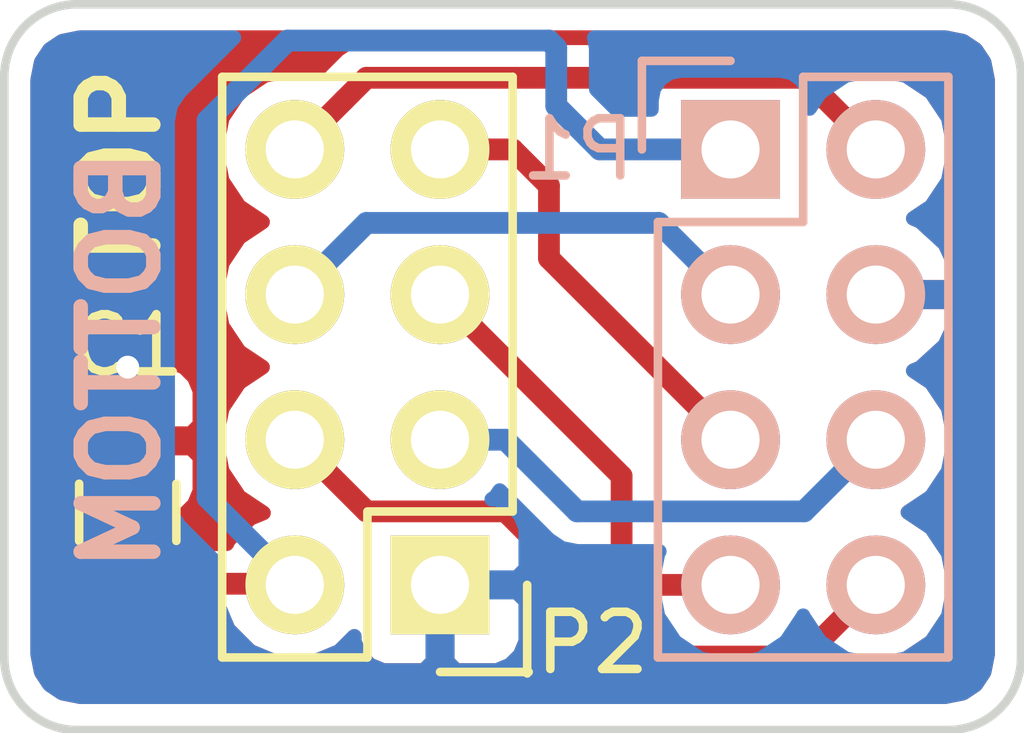
<source format=kicad_pcb>
(kicad_pcb (version 4) (host pcbnew 4.0.2+dfsg1-stable)

  (general
    (links 10)
    (no_connects 0)
    (area 151.054999 86.284999 168.985001 99.135001)
    (thickness 1.6)
    (drawings 10)
    (tracks 36)
    (zones 0)
    (modules 3)
    (nets 9)
  )

  (page A4)
  (layers
    (0 F.Cu signal)
    (31 B.Cu signal)
    (36 B.SilkS user)
    (37 F.SilkS user)
    (38 B.Mask user)
    (39 F.Mask user)
    (44 Edge.Cuts user)
    (46 B.CrtYd user)
    (47 F.CrtYd user)
  )

  (setup
    (last_trace_width 0.25)
    (user_trace_width 0.381)
    (trace_clearance 0.2)
    (zone_clearance 0.381)
    (zone_45_only no)
    (trace_min 0.2)
    (segment_width 0.2)
    (edge_width 0.15)
    (via_size 0.6)
    (via_drill 0.4)
    (via_min_size 0.4)
    (via_min_drill 0.3)
    (uvia_size 0.3)
    (uvia_drill 0.1)
    (uvias_allowed no)
    (uvia_min_size 0)
    (uvia_min_drill 0)
    (pcb_text_width 0.3)
    (pcb_text_size 1.5 1.5)
    (mod_edge_width 0.15)
    (mod_text_size 1 1)
    (mod_text_width 0.15)
    (pad_size 1.524 1.524)
    (pad_drill 0.762)
    (pad_to_mask_clearance 0.2)
    (aux_axis_origin 0 0)
    (visible_elements FFFFFF7F)
    (pcbplotparams
      (layerselection 0x010f0_80000001)
      (usegerberextensions true)
      (excludeedgelayer true)
      (linewidth 0.100000)
      (plotframeref false)
      (viasonmask false)
      (mode 1)
      (useauxorigin false)
      (hpglpennumber 1)
      (hpglpenspeed 20)
      (hpglpendiameter 15)
      (hpglpenoverlay 2)
      (psnegative false)
      (psa4output false)
      (plotreference true)
      (plotvalue true)
      (plotinvisibletext false)
      (padsonsilk false)
      (subtractmaskfromsilk false)
      (outputformat 1)
      (mirror false)
      (drillshape 0)
      (scaleselection 1)
      (outputdirectory gerbers))
  )

  (net 0 "")
  (net 1 VDD)
  (net 2 GND)
  (net 3 ~IRQ)
  (net 4 MOSI)
  (net 5 CE)
  (net 6 MISO)
  (net 7 ~CSN)
  (net 8 SCK)

  (net_class Default "This is the default net class."
    (clearance 0.2)
    (trace_width 0.25)
    (via_dia 0.6)
    (via_drill 0.4)
    (uvia_dia 0.3)
    (uvia_drill 0.1)
    (add_net CE)
    (add_net GND)
    (add_net MISO)
    (add_net MOSI)
    (add_net SCK)
    (add_net VDD)
    (add_net ~CSN)
    (add_net ~IRQ)
  )

  (module Capacitors_SMD:C_0805_HandSoldering (layer F.Cu) (tedit 541A9B8D) (tstamp 5919E44D)
    (at 153.289 95.25 90)
    (descr "Capacitor SMD 0805, hand soldering")
    (tags "capacitor 0805")
    (path /5918EB3F)
    (attr smd)
    (fp_text reference C1 (at 2.921 0 180) (layer F.SilkS)
      (effects (font (size 1 1) (thickness 0.15)))
    )
    (fp_text value 10uF (at 0 2.1 90) (layer F.Fab)
      (effects (font (size 1 1) (thickness 0.15)))
    )
    (fp_line (start -2.3 -1) (end 2.3 -1) (layer F.CrtYd) (width 0.05))
    (fp_line (start -2.3 1) (end 2.3 1) (layer F.CrtYd) (width 0.05))
    (fp_line (start -2.3 -1) (end -2.3 1) (layer F.CrtYd) (width 0.05))
    (fp_line (start 2.3 -1) (end 2.3 1) (layer F.CrtYd) (width 0.05))
    (fp_line (start 0.5 -0.85) (end -0.5 -0.85) (layer F.SilkS) (width 0.15))
    (fp_line (start -0.5 0.85) (end 0.5 0.85) (layer F.SilkS) (width 0.15))
    (pad 1 smd rect (at -1.25 0 90) (size 1.5 1.25) (layers F.Cu F.Mask)
      (net 1 VDD))
    (pad 2 smd rect (at 1.25 0 90) (size 1.5 1.25) (layers F.Cu F.Mask)
      (net 2 GND))
    (model Capacitors_SMD.3dshapes/C_0805_HandSoldering.wrl
      (at (xyz 0 0 0))
      (scale (xyz 1 1 1))
      (rotate (xyz 0 0 0))
    )
  )

  (module nRF24L01p_adapter:Socket_Strip_Straight_2x04_mirrored (layer F.Cu) (tedit 5918BB9C) (tstamp 5919E47D)
    (at 156.21 96.52 90)
    (descr "Through hole socket strip, mirrored")
    (tags "socket strip mirrored")
    (path /5918EADE)
    (fp_text reference P2 (at -1.016 5.207 360) (layer F.SilkS)
      (effects (font (size 1 1) (thickness 0.15)))
    )
    (fp_text value 2x4 (at 0 -3.1 90) (layer F.Fab)
      (effects (font (size 1 1) (thickness 0.15)))
    )
    (fp_line (start -1.75 -1.75) (end -1.75 4.3) (layer F.CrtYd) (width 0.05))
    (fp_line (start 9.4 -1.75) (end 9.4 4.3) (layer F.CrtYd) (width 0.05))
    (fp_line (start -1.75 -1.75) (end 9.4 -1.75) (layer F.CrtYd) (width 0.05))
    (fp_line (start -1.75 4.3) (end 9.4 4.3) (layer F.CrtYd) (width 0.05))
    (fp_line (start -1.27 -1.27) (end 8.89 -1.27) (layer F.SilkS) (width 0.15))
    (fp_line (start 8.89 -1.27) (end 8.89 3.81) (layer F.SilkS) (width 0.15))
    (fp_line (start 8.89 3.81) (end 1.28443 3.81) (layer F.SilkS) (width 0.15))
    (fp_line (start -1.27 1.27) (end -1.27 -1.27) (layer F.SilkS) (width 0.15))
    (fp_line (start 0 4.064) (end -1.55 4.064) (layer F.SilkS) (width 0.15))
    (fp_line (start -1.27 1.27) (end 1.27 1.27) (layer F.SilkS) (width 0.15))
    (fp_line (start 1.28443 3.81) (end 1.28443 1.27) (layer F.SilkS) (width 0.15))
    (fp_line (start -1.524 2.54) (end -1.524 4.09) (layer F.SilkS) (width 0.15))
    (pad 2 thru_hole circle (at 0 0 90) (size 1.7272 1.7272) (drill 1.016) (layers *.Cu *.Mask F.SilkS)
      (net 1 VDD))
    (pad 1 thru_hole rect (at 0 2.54 90) (size 1.7272 1.7272) (drill 1.016) (layers *.Cu *.Mask F.SilkS)
      (net 2 GND))
    (pad 4 thru_hole oval (at 2.54 0 90) (size 1.7272 1.7272) (drill 1.016) (layers *.Cu *.Mask F.SilkS)
      (net 7 ~CSN))
    (pad 3 thru_hole oval (at 2.54 2.54 90) (size 1.7272 1.7272) (drill 1.016) (layers *.Cu *.Mask F.SilkS)
      (net 5 CE))
    (pad 6 thru_hole oval (at 5.08 0 90) (size 1.7272 1.7272) (drill 1.016) (layers *.Cu *.Mask F.SilkS)
      (net 4 MOSI))
    (pad 5 thru_hole oval (at 5.08 2.54 90) (size 1.7272 1.7272) (drill 1.016) (layers *.Cu *.Mask F.SilkS)
      (net 8 SCK))
    (pad 8 thru_hole oval (at 7.62 0 90) (size 1.7272 1.7272) (drill 1.016) (layers *.Cu *.Mask F.SilkS)
      (net 3 ~IRQ))
    (pad 7 thru_hole oval (at 7.62 2.54 90) (size 1.7272 1.7272) (drill 1.016) (layers *.Cu *.Mask F.SilkS)
      (net 6 MISO))
    (model Socket_Strips.3dshapes/Socket_Strip_Straight_2x04.wrl
      (at (xyz 0.15 -0.05 0))
      (scale (xyz 1 1 1))
      (rotate (xyz 0 0 180))
    )
  )

  (module Socket_Strips:Socket_Strip_Straight_2x04 (layer B.Cu) (tedit 5918F609) (tstamp 591BF93B)
    (at 163.83 88.9 270)
    (descr "Through hole socket strip")
    (tags "socket strip")
    (path /5918EA77)
    (fp_text reference P1 (at 0 2.667 360) (layer B.SilkS)
      (effects (font (size 1 1) (thickness 0.15)) (justify mirror))
    )
    (fp_text value 2x4 (at 0 3.1 270) (layer B.Fab)
      (effects (font (size 1 1) (thickness 0.15)) (justify mirror))
    )
    (fp_line (start -1.75 1.75) (end -1.75 -4.3) (layer B.CrtYd) (width 0.05))
    (fp_line (start 9.4 1.75) (end 9.4 -4.3) (layer B.CrtYd) (width 0.05))
    (fp_line (start -1.75 1.75) (end 9.4 1.75) (layer B.CrtYd) (width 0.05))
    (fp_line (start -1.75 -4.3) (end 9.4 -4.3) (layer B.CrtYd) (width 0.05))
    (fp_line (start 1.27 1.27) (end 8.89 1.27) (layer B.SilkS) (width 0.15))
    (fp_line (start 8.89 1.27) (end 8.89 -3.81) (layer B.SilkS) (width 0.15))
    (fp_line (start 8.89 -3.81) (end -1.27 -3.81) (layer B.SilkS) (width 0.15))
    (fp_line (start -1.27 -3.81) (end -1.27 -1.27) (layer B.SilkS) (width 0.15))
    (fp_line (start 0 1.55) (end -1.55 1.55) (layer B.SilkS) (width 0.15))
    (fp_line (start -1.27 -1.27) (end 1.27 -1.27) (layer B.SilkS) (width 0.15))
    (fp_line (start 1.27 -1.27) (end 1.27 1.27) (layer B.SilkS) (width 0.15))
    (fp_line (start -1.55 1.55) (end -1.55 0) (layer B.SilkS) (width 0.15))
    (pad 1 thru_hole rect (at 0 0 270) (size 1.7272 1.7272) (drill 1.016) (layers *.Cu *.Mask B.SilkS)
      (net 1 VDD))
    (pad 2 thru_hole oval (at 0 -2.54 270) (size 1.7272 1.7272) (drill 1.016) (layers *.Cu *.Mask B.SilkS)
      (net 3 ~IRQ))
    (pad 3 thru_hole oval (at 2.54 0 270) (size 1.7272 1.7272) (drill 1.016) (layers *.Cu *.Mask B.SilkS)
      (net 4 MOSI))
    (pad 4 thru_hole oval (at 2.54 -2.54 270) (size 1.7272 1.7272) (drill 1.016) (layers *.Cu *.Mask B.SilkS)
      (net 2 GND))
    (pad 5 thru_hole oval (at 5.08 0 270) (size 1.7272 1.7272) (drill 1.016) (layers *.Cu *.Mask B.SilkS)
      (net 6 MISO))
    (pad 6 thru_hole oval (at 5.08 -2.54 270) (size 1.7272 1.7272) (drill 1.016) (layers *.Cu *.Mask B.SilkS)
      (net 5 CE))
    (pad 7 thru_hole oval (at 7.62 0 270) (size 1.7272 1.7272) (drill 1.016) (layers *.Cu *.Mask B.SilkS)
      (net 8 SCK))
    (pad 8 thru_hole oval (at 7.62 -2.54 270) (size 1.7272 1.7272) (drill 1.016) (layers *.Cu *.Mask B.SilkS)
      (net 7 ~CSN))
    (model Socket_Strips.3dshapes/Socket_Strip_Straight_2x04.wrl
      (at (xyz 0.15 -0.05 0))
      (scale (xyz 1 1 1))
      (rotate (xyz 0 0 180))
    )
  )

  (gr_text BOTTOM (at 153.162 92.583 90) (layer B.SilkS) (tstamp 5930C020)
    (effects (font (size 1.27 1.27) (thickness 0.254)) (justify mirror))
  )
  (gr_text TOP (at 153.162 89.281 90) (layer F.SilkS)
    (effects (font (size 1.27 1.27) (thickness 0.254)))
  )
  (gr_arc (start 152.4 87.63) (end 151.13 87.63) (angle 90) (layer Edge.Cuts) (width 0.15))
  (gr_arc (start 152.4 97.79) (end 152.4 99.06) (angle 90) (layer Edge.Cuts) (width 0.15))
  (gr_arc (start 167.64 97.79) (end 168.91 97.79) (angle 90) (layer Edge.Cuts) (width 0.15))
  (gr_arc (start 167.64 87.63) (end 167.64 86.36) (angle 90) (layer Edge.Cuts) (width 0.15))
  (gr_line (start 168.91 97.79) (end 168.91 87.63) (layer Edge.Cuts) (width 0.15))
  (gr_line (start 152.4 99.06) (end 167.64 99.06) (layer Edge.Cuts) (width 0.15))
  (gr_line (start 151.13 87.63) (end 151.13 97.79) (layer Edge.Cuts) (width 0.15))
  (gr_line (start 167.64 86.36) (end 152.4 86.36) (layer Edge.Cuts) (width 0.15))

  (segment (start 153.289 96.5) (end 156.19 96.5) (width 0.381) (layer F.Cu) (net 1))
  (segment (start 156.19 96.5) (end 156.21 96.52) (width 0.381) (layer F.Cu) (net 1))
  (segment (start 161.544 88.9) (end 163.83 88.9) (width 0.381) (layer B.Cu) (net 1))
  (segment (start 156.21 96.52) (end 154.686 94.996) (width 0.381) (layer B.Cu) (net 1))
  (segment (start 154.686 94.996) (end 154.686 88.392) (width 0.381) (layer B.Cu) (net 1))
  (segment (start 154.686 88.392) (end 156.083 86.995) (width 0.381) (layer B.Cu) (net 1))
  (segment (start 156.083 86.995) (end 160.655 86.995) (width 0.381) (layer B.Cu) (net 1))
  (segment (start 160.655 86.995) (end 160.782 87.122) (width 0.381) (layer B.Cu) (net 1))
  (segment (start 160.782 87.122) (end 160.782 88.138) (width 0.381) (layer B.Cu) (net 1))
  (segment (start 160.782 88.138) (end 161.544 88.9) (width 0.381) (layer B.Cu) (net 1))
  (segment (start 153.289 94) (end 153.289 92.71) (width 0.381) (layer F.Cu) (net 2))
  (via (at 153.289 92.71) (size 0.6) (drill 0.4) (layers F.Cu B.Cu) (net 2))
  (segment (start 166.37 88.9) (end 165.115899 87.645899) (width 0.381) (layer F.Cu) (net 3))
  (segment (start 165.115899 87.645899) (end 157.464101 87.645899) (width 0.381) (layer F.Cu) (net 3))
  (segment (start 157.464101 87.645899) (end 157.073599 88.036401) (width 0.381) (layer F.Cu) (net 3))
  (segment (start 157.073599 88.036401) (end 156.21 88.9) (width 0.381) (layer F.Cu) (net 3))
  (segment (start 156.21 91.44) (end 157.464101 90.185899) (width 0.381) (layer B.Cu) (net 4))
  (segment (start 162.575899 90.185899) (end 163.83 91.44) (width 0.381) (layer B.Cu) (net 4))
  (segment (start 157.464101 90.185899) (end 162.575899 90.185899) (width 0.381) (layer B.Cu) (net 4))
  (segment (start 165.115899 95.234101) (end 166.37 93.98) (width 0.381) (layer B.Cu) (net 5))
  (segment (start 159.893 93.98) (end 158.75 93.98) (width 0.381) (layer B.Cu) (net 5))
  (segment (start 161.147101 95.234101) (end 159.893 93.98) (width 0.381) (layer B.Cu) (net 5))
  (segment (start 165.115899 95.234101) (end 161.147101 95.234101) (width 0.381) (layer B.Cu) (net 5))
  (segment (start 160.655 90.805) (end 163.83 93.98) (width 0.381) (layer F.Cu) (net 6))
  (segment (start 160.655 90.805) (end 160.655 89.535) (width 0.381) (layer F.Cu) (net 6))
  (segment (start 160.655 89.535) (end 160.02 88.9) (width 0.381) (layer F.Cu) (net 6))
  (segment (start 160.02 88.9) (end 158.75 88.9) (width 0.381) (layer F.Cu) (net 6))
  (segment (start 156.21 93.98) (end 157.464101 95.234101) (width 0.381) (layer F.Cu) (net 7))
  (segment (start 157.464101 95.234101) (end 159.894203 95.234101) (width 0.381) (layer F.Cu) (net 7))
  (segment (start 159.894203 95.234101) (end 162.434203 97.774101) (width 0.381) (layer F.Cu) (net 7))
  (segment (start 162.434203 97.774101) (end 165.115899 97.774101) (width 0.381) (layer F.Cu) (net 7))
  (segment (start 165.115899 97.774101) (end 166.37 96.52) (width 0.381) (layer F.Cu) (net 7))
  (segment (start 158.75 91.44) (end 161.925 94.615) (width 0.381) (layer F.Cu) (net 8))
  (segment (start 161.925 94.615) (end 161.925 95.885) (width 0.381) (layer F.Cu) (net 8))
  (segment (start 161.925 95.885) (end 162.56 96.52) (width 0.381) (layer F.Cu) (net 8))
  (segment (start 162.56 96.52) (end 163.83 96.52) (width 0.381) (layer F.Cu) (net 8))

  (zone (net 2) (net_name GND) (layer F.Cu) (tstamp 0) (hatch edge 0.508)
    (connect_pads (clearance 0.381))
    (min_thickness 0.254)
    (fill yes (arc_segments 16) (thermal_gap 0.508) (thermal_bridge_width 0.508))
    (polygon
      (pts
        (xy 151.13 86.36) (xy 168.91 86.36) (xy 168.91 99.06) (xy 151.13 99.06)
      )
    )
    (filled_polygon
      (pts
        (xy 167.898534 87.005847) (xy 168.117706 87.152294) (xy 168.264153 87.371466) (xy 168.327 87.687421) (xy 168.327 97.732579)
        (xy 168.264153 98.048534) (xy 168.117706 98.267706) (xy 167.898534 98.414153) (xy 167.582578 98.477) (xy 152.457421 98.477)
        (xy 152.141466 98.414153) (xy 151.922294 98.267706) (xy 151.775847 98.048534) (xy 151.713 97.732578) (xy 151.713 94.28575)
        (xy 152.029 94.28575) (xy 152.029 94.876309) (xy 152.125673 95.109698) (xy 152.304301 95.288327) (xy 152.388886 95.323363)
        (xy 152.302847 95.378728) (xy 152.186855 95.548488) (xy 152.146048 95.75) (xy 152.146048 97.25) (xy 152.18147 97.438253)
        (xy 152.292728 97.611153) (xy 152.462488 97.727145) (xy 152.664 97.767952) (xy 153.914 97.767952) (xy 154.102253 97.73253)
        (xy 154.275153 97.621272) (xy 154.391145 97.451512) (xy 154.431952 97.25) (xy 154.431952 97.1985) (xy 155.006277 97.1985)
        (xy 155.046536 97.295934) (xy 155.432037 97.682108) (xy 155.935975 97.891361) (xy 156.481631 97.891837) (xy 156.985934 97.683464)
        (xy 157.2514 97.418461) (xy 157.2514 97.509909) (xy 157.348073 97.743298) (xy 157.526701 97.921927) (xy 157.76009 98.0186)
        (xy 158.46425 98.0186) (xy 158.623 97.85985) (xy 158.623 96.647) (xy 158.603 96.647) (xy 158.603 96.393)
        (xy 158.623 96.393) (xy 158.623 96.373) (xy 158.877 96.373) (xy 158.877 96.393) (xy 158.897 96.393)
        (xy 158.897 96.647) (xy 158.877 96.647) (xy 158.877 97.85985) (xy 159.03575 98.0186) (xy 159.73991 98.0186)
        (xy 159.973299 97.921927) (xy 160.151927 97.743298) (xy 160.2486 97.509909) (xy 160.2486 96.80575) (xy 160.089852 96.647002)
        (xy 160.2486 96.647002) (xy 160.2486 96.576326) (xy 161.940289 98.268015) (xy 162.166899 98.419431) (xy 162.434203 98.472601)
        (xy 165.115899 98.472601) (xy 165.383204 98.419431) (xy 165.609813 98.268015) (xy 166.027487 97.850341) (xy 166.37 97.918471)
        (xy 166.894889 97.814064) (xy 167.339868 97.516739) (xy 167.637193 97.07176) (xy 167.7416 96.546871) (xy 167.7416 96.493129)
        (xy 167.637193 95.96824) (xy 167.339868 95.523261) (xy 166.930903 95.25) (xy 167.339868 94.976739) (xy 167.637193 94.53176)
        (xy 167.7416 94.006871) (xy 167.7416 93.953129) (xy 167.637193 93.42824) (xy 167.339868 92.983261) (xy 167.024534 92.772562)
        (xy 167.144947 92.722688) (xy 167.576821 92.32849) (xy 167.824968 91.799027) (xy 167.704469 91.567) (xy 166.497 91.567)
        (xy 166.497 91.587) (xy 166.243 91.587) (xy 166.243 91.567) (xy 166.223 91.567) (xy 166.223 91.313)
        (xy 166.243 91.313) (xy 166.243 91.293) (xy 166.497 91.293) (xy 166.497 91.313) (xy 167.704469 91.313)
        (xy 167.824968 91.080973) (xy 167.576821 90.55151) (xy 167.144947 90.157312) (xy 167.024534 90.107438) (xy 167.339868 89.896739)
        (xy 167.637193 89.45176) (xy 167.7416 88.926871) (xy 167.7416 88.873129) (xy 167.637193 88.34824) (xy 167.339868 87.903261)
        (xy 166.894889 87.605936) (xy 166.37 87.501529) (xy 166.027487 87.569659) (xy 165.609813 87.151985) (xy 165.383204 87.000569)
        (xy 165.115899 86.947399) (xy 157.464101 86.947399) (xy 157.196796 87.000569) (xy 156.970187 87.151985) (xy 156.552513 87.569659)
        (xy 156.21 87.501529) (xy 155.685111 87.605936) (xy 155.240132 87.903261) (xy 154.942807 88.34824) (xy 154.8384 88.873129)
        (xy 154.8384 88.926871) (xy 154.942807 89.45176) (xy 155.240132 89.896739) (xy 155.649097 90.17) (xy 155.240132 90.443261)
        (xy 154.942807 90.88824) (xy 154.8384 91.413129) (xy 154.8384 91.466871) (xy 154.942807 91.99176) (xy 155.240132 92.436739)
        (xy 155.649097 92.71) (xy 155.240132 92.983261) (xy 154.942807 93.42824) (xy 154.8384 93.953129) (xy 154.8384 94.006871)
        (xy 154.942807 94.53176) (xy 155.240132 94.976739) (xy 155.665453 95.260929) (xy 155.434066 95.356536) (xy 155.047892 95.742037)
        (xy 155.023201 95.8015) (xy 154.431952 95.8015) (xy 154.431952 95.75) (xy 154.39653 95.561747) (xy 154.285272 95.388847)
        (xy 154.189313 95.323281) (xy 154.273699 95.288327) (xy 154.452327 95.109698) (xy 154.549 94.876309) (xy 154.549 94.28575)
        (xy 154.39025 94.127) (xy 153.416 94.127) (xy 153.416 94.147) (xy 153.162 94.147) (xy 153.162 94.127)
        (xy 152.18775 94.127) (xy 152.029 94.28575) (xy 151.713 94.28575) (xy 151.713 93.123691) (xy 152.029 93.123691)
        (xy 152.029 93.71425) (xy 152.18775 93.873) (xy 153.162 93.873) (xy 153.162 92.77375) (xy 153.416 92.77375)
        (xy 153.416 93.873) (xy 154.39025 93.873) (xy 154.549 93.71425) (xy 154.549 93.123691) (xy 154.452327 92.890302)
        (xy 154.273699 92.711673) (xy 154.04031 92.615) (xy 153.57475 92.615) (xy 153.416 92.77375) (xy 153.162 92.77375)
        (xy 153.00325 92.615) (xy 152.53769 92.615) (xy 152.304301 92.711673) (xy 152.125673 92.890302) (xy 152.029 93.123691)
        (xy 151.713 93.123691) (xy 151.713 87.687422) (xy 151.775847 87.371466) (xy 151.922294 87.152294) (xy 152.141466 87.005847)
        (xy 152.457421 86.943) (xy 167.582578 86.943)
      )
    )
  )
  (zone (net 2) (net_name GND) (layer B.Cu) (tstamp 591DD661) (hatch edge 0.508)
    (connect_pads (clearance 0.381))
    (min_thickness 0.254)
    (fill yes (arc_segments 16) (thermal_gap 0.508) (thermal_bridge_width 0.508))
    (polygon
      (pts
        (xy 151.13 86.36) (xy 168.91 86.36) (xy 168.91 99.06) (xy 151.13 99.06)
      )
    )
    (filled_polygon
      (pts
        (xy 154.192086 87.898086) (xy 154.04067 88.124695) (xy 153.996204 88.34824) (xy 153.9875 88.392) (xy 153.9875 94.996)
        (xy 154.04067 95.263305) (xy 154.192086 95.489914) (xy 154.870769 96.168597) (xy 154.838639 96.245975) (xy 154.838163 96.791631)
        (xy 155.046536 97.295934) (xy 155.432037 97.682108) (xy 155.935975 97.891361) (xy 156.481631 97.891837) (xy 156.985934 97.683464)
        (xy 157.2514 97.418461) (xy 157.2514 97.509909) (xy 157.348073 97.743298) (xy 157.526701 97.921927) (xy 157.76009 98.0186)
        (xy 158.46425 98.0186) (xy 158.623 97.85985) (xy 158.623 96.647) (xy 158.877 96.647) (xy 158.877 97.85985)
        (xy 159.03575 98.0186) (xy 159.73991 98.0186) (xy 159.973299 97.921927) (xy 160.151927 97.743298) (xy 160.2486 97.509909)
        (xy 160.2486 96.80575) (xy 160.08985 96.647) (xy 158.877 96.647) (xy 158.623 96.647) (xy 158.603 96.647)
        (xy 158.603 96.393) (xy 158.623 96.393) (xy 158.623 96.373) (xy 158.877 96.373) (xy 158.877 96.393)
        (xy 160.08985 96.393) (xy 160.2486 96.23425) (xy 160.2486 95.530091) (xy 160.151927 95.296702) (xy 159.973299 95.118073)
        (xy 159.73991 95.0214) (xy 159.653028 95.0214) (xy 159.719868 94.976739) (xy 159.792784 94.867612) (xy 160.653187 95.728015)
        (xy 160.879797 95.879431) (xy 161.147101 95.932601) (xy 162.58662 95.932601) (xy 162.562807 95.96824) (xy 162.4584 96.493129)
        (xy 162.4584 96.546871) (xy 162.562807 97.07176) (xy 162.860132 97.516739) (xy 163.305111 97.814064) (xy 163.83 97.918471)
        (xy 164.354889 97.814064) (xy 164.799868 97.516739) (xy 165.097193 97.07176) (xy 165.1 97.057648) (xy 165.102807 97.07176)
        (xy 165.400132 97.516739) (xy 165.845111 97.814064) (xy 166.37 97.918471) (xy 166.894889 97.814064) (xy 167.339868 97.516739)
        (xy 167.637193 97.07176) (xy 167.7416 96.546871) (xy 167.7416 96.493129) (xy 167.637193 95.96824) (xy 167.339868 95.523261)
        (xy 166.930903 95.25) (xy 167.339868 94.976739) (xy 167.637193 94.53176) (xy 167.7416 94.006871) (xy 167.7416 93.953129)
        (xy 167.637193 93.42824) (xy 167.339868 92.983261) (xy 167.024534 92.772562) (xy 167.144947 92.722688) (xy 167.576821 92.32849)
        (xy 167.824968 91.799027) (xy 167.704469 91.567) (xy 166.497 91.567) (xy 166.497 91.587) (xy 166.243 91.587)
        (xy 166.243 91.567) (xy 166.223 91.567) (xy 166.223 91.313) (xy 166.243 91.313) (xy 166.243 91.293)
        (xy 166.497 91.293) (xy 166.497 91.313) (xy 167.704469 91.313) (xy 167.824968 91.080973) (xy 167.576821 90.55151)
        (xy 167.144947 90.157312) (xy 167.024534 90.107438) (xy 167.339868 89.896739) (xy 167.637193 89.45176) (xy 167.7416 88.926871)
        (xy 167.7416 88.873129) (xy 167.637193 88.34824) (xy 167.339868 87.903261) (xy 166.894889 87.605936) (xy 166.37 87.501529)
        (xy 165.845111 87.605936) (xy 165.400132 87.903261) (xy 165.211552 88.185491) (xy 165.211552 88.0364) (xy 165.17613 87.848147)
        (xy 165.064872 87.675247) (xy 164.895112 87.559255) (xy 164.6936 87.518448) (xy 162.9664 87.518448) (xy 162.778147 87.55387)
        (xy 162.605247 87.665128) (xy 162.489255 87.834888) (xy 162.448448 88.0364) (xy 162.448448 88.2015) (xy 161.833328 88.2015)
        (xy 161.4805 87.848672) (xy 161.4805 87.122) (xy 161.444895 86.943) (xy 167.582578 86.943) (xy 167.898534 87.005847)
        (xy 168.117706 87.152294) (xy 168.264153 87.371466) (xy 168.327 87.687421) (xy 168.327 97.732579) (xy 168.264153 98.048534)
        (xy 168.117706 98.267706) (xy 167.898534 98.414153) (xy 167.582578 98.477) (xy 152.457421 98.477) (xy 152.141466 98.414153)
        (xy 151.922294 98.267706) (xy 151.775847 98.048534) (xy 151.713 97.732578) (xy 151.713 87.687422) (xy 151.775847 87.371466)
        (xy 151.922294 87.152294) (xy 152.141466 87.005847) (xy 152.457421 86.943) (xy 155.147172 86.943)
      )
    )
  )
)

</source>
